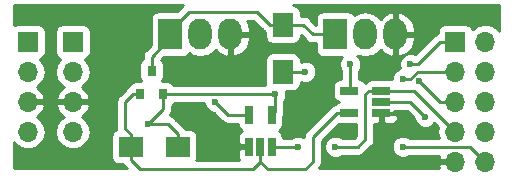
<source format=gbr>
G04 #@! TF.GenerationSoftware,KiCad,Pcbnew,(5.0.1)-4*
G04 #@! TF.CreationDate,2018-11-27T13:12:11-07:00*
G04 #@! TF.ProjectId,robot,726F626F742E6B696361645F70636200,rev?*
G04 #@! TF.SameCoordinates,Original*
G04 #@! TF.FileFunction,Copper,L2,Bot,Signal*
G04 #@! TF.FilePolarity,Positive*
%FSLAX46Y46*%
G04 Gerber Fmt 4.6, Leading zero omitted, Abs format (unit mm)*
G04 Created by KiCad (PCBNEW (5.0.1)-4) date 11/27/2018 1:12:11 PM*
%MOMM*%
%LPD*%
G01*
G04 APERTURE LIST*
G04 #@! TA.AperFunction,ComponentPad*
%ADD10R,2.000000X2.600000*%
G04 #@! TD*
G04 #@! TA.AperFunction,ComponentPad*
%ADD11O,2.000000X2.600000*%
G04 #@! TD*
G04 #@! TA.AperFunction,ComponentPad*
%ADD12O,1.700000X1.700000*%
G04 #@! TD*
G04 #@! TA.AperFunction,ComponentPad*
%ADD13R,1.700000X1.700000*%
G04 #@! TD*
G04 #@! TA.AperFunction,SMDPad,CuDef*
%ADD14R,1.700000X2.000000*%
G04 #@! TD*
G04 #@! TA.AperFunction,SMDPad,CuDef*
%ADD15R,2.000000X1.700000*%
G04 #@! TD*
G04 #@! TA.AperFunction,SMDPad,CuDef*
%ADD16R,0.800000X0.900000*%
G04 #@! TD*
G04 #@! TA.AperFunction,SMDPad,CuDef*
%ADD17R,0.650000X1.560000*%
G04 #@! TD*
G04 #@! TA.AperFunction,SMDPad,CuDef*
%ADD18R,1.560000X0.650000*%
G04 #@! TD*
G04 #@! TA.AperFunction,ViaPad*
%ADD19C,0.600000*%
G04 #@! TD*
G04 #@! TA.AperFunction,Conductor*
%ADD20C,0.250000*%
G04 #@! TD*
G04 #@! TA.AperFunction,Conductor*
%ADD21C,0.254000*%
G04 #@! TD*
G04 APERTURE END LIST*
D10*
G04 #@! TO.P,J6,1*
G04 #@! TO.N,DATA*
X160020000Y-59055000D03*
D11*
G04 #@! TO.P,J6,2*
G04 #@! TO.N,+5V*
X162560000Y-59055000D03*
G04 #@! TO.P,J6,3*
G04 #@! TO.N,GND*
X165100000Y-59055000D03*
G04 #@! TD*
D12*
G04 #@! TO.P,J2,10*
G04 #@! TO.N,RXI*
X172720000Y-69850000D03*
G04 #@! TO.P,J2,9*
G04 #@! TO.N,GND*
X170180000Y-69850000D03*
G04 #@! TO.P,J2,8*
G04 #@! TO.N,TXO*
X172720000Y-67310000D03*
G04 #@! TO.P,J2,7*
G04 #@! TO.N,DTR*
X170180000Y-67310000D03*
G04 #@! TO.P,J2,6*
G04 #@! TO.N,GND*
X172720000Y-64770000D03*
G04 #@! TO.P,J2,5*
G04 #@! TO.N,SCL*
X170180000Y-64770000D03*
G04 #@! TO.P,J2,4*
G04 #@! TO.N,+5V*
X172720000Y-62230000D03*
G04 #@! TO.P,J2,3*
G04 #@! TO.N,SDA*
X170180000Y-62230000D03*
G04 #@! TO.P,J2,2*
G04 #@! TO.N,+5V*
X172720000Y-59690000D03*
D13*
G04 #@! TO.P,J2,1*
G04 #@! TO.N,+3V3*
X170180000Y-59690000D03*
G04 #@! TD*
D14*
G04 #@! TO.P,R2,1*
G04 #@! TO.N,+5V*
X155575000Y-62230000D03*
G04 #@! TO.P,R2,2*
G04 #@! TO.N,DATA*
X155575000Y-58230000D03*
G04 #@! TD*
D15*
G04 #@! TO.P,R3,1*
G04 #@! TO.N,+3V3*
X146685000Y-68580000D03*
G04 #@! TO.P,R3,2*
G04 #@! TO.N,Net-(Q1-Pad2)*
X142685000Y-68580000D03*
G04 #@! TD*
D16*
G04 #@! TO.P,Q1,1*
G04 #@! TO.N,+3V3*
X145415000Y-64135000D03*
G04 #@! TO.P,Q1,2*
G04 #@! TO.N,Net-(Q1-Pad2)*
X143515000Y-64135000D03*
G04 #@! TO.P,Q1,3*
G04 #@! TO.N,DATA*
X144465000Y-62135000D03*
G04 #@! TD*
D17*
G04 #@! TO.P,U2,1*
G04 #@! TO.N,DTR*
X154620000Y-68580000D03*
G04 #@! TO.P,U2,2*
G04 #@! TO.N,Net-(Q1-Pad2)*
X153670000Y-68580000D03*
G04 #@! TO.P,U2,3*
G04 #@! TO.N,GND*
X152720000Y-68580000D03*
G04 #@! TO.P,U2,4*
G04 #@! TO.N,RXI*
X152720000Y-65880000D03*
G04 #@! TO.P,U2,5*
G04 #@! TO.N,+3V3*
X154620000Y-65880000D03*
G04 #@! TD*
D18*
G04 #@! TO.P,U3,1*
G04 #@! TO.N,DTR*
X163910000Y-63820000D03*
G04 #@! TO.P,U3,2*
G04 #@! TO.N,TXO*
X163910000Y-64770000D03*
G04 #@! TO.P,U3,3*
G04 #@! TO.N,GND*
X163910000Y-65720000D03*
G04 #@! TO.P,U3,4*
G04 #@! TO.N,Net-(Q1-Pad2)*
X161210000Y-65720000D03*
G04 #@! TO.P,U3,5*
G04 #@! TO.N,+3V3*
X161210000Y-63820000D03*
G04 #@! TD*
D13*
G04 #@! TO.P,J4,1*
G04 #@! TO.N,SCL*
X133985000Y-59690000D03*
D12*
G04 #@! TO.P,J4,2*
G04 #@! TO.N,SDA*
X133985000Y-62230000D03*
G04 #@! TO.P,J4,3*
G04 #@! TO.N,GND*
X133985000Y-64770000D03*
G04 #@! TO.P,J4,4*
G04 #@! TO.N,+3V3*
X133985000Y-67310000D03*
G04 #@! TD*
G04 #@! TO.P,J1,4*
G04 #@! TO.N,+3V3*
X137795000Y-67310000D03*
G04 #@! TO.P,J1,3*
G04 #@! TO.N,GND*
X137795000Y-64770000D03*
G04 #@! TO.P,J1,2*
G04 #@! TO.N,SDA*
X137795000Y-62230000D03*
D13*
G04 #@! TO.P,J1,1*
G04 #@! TO.N,SCL*
X137795000Y-59690000D03*
G04 #@! TD*
D11*
G04 #@! TO.P,J3,3*
G04 #@! TO.N,GND*
X151130000Y-59055000D03*
G04 #@! TO.P,J3,2*
G04 #@! TO.N,N/C*
X148590000Y-59055000D03*
D10*
G04 #@! TO.P,J3,1*
G04 #@! TO.N,DATA*
X146050000Y-59055000D03*
G04 #@! TD*
D19*
G04 #@! TO.N,GND*
X142875000Y-57785000D03*
X149225000Y-66675000D03*
X149860000Y-68580000D03*
X147320000Y-66040000D03*
G04 #@! TO.N,+5V*
X157480000Y-62230000D03*
G04 #@! TO.N,+3V3*
X161290000Y-61595000D03*
X154940000Y-64135000D03*
X144145000Y-66675000D03*
X166370000Y-61595000D03*
X166370000Y-61595000D03*
G04 #@! TO.N,RXI*
X149860000Y-64770000D03*
X165735000Y-68580000D03*
G04 #@! TO.N,TXO*
X167640000Y-66040000D03*
G04 #@! TO.N,DTR*
X160020000Y-68580000D03*
X156845000Y-68580000D03*
G04 #@! TO.N,SDA*
X165735000Y-62865000D03*
G04 #@! TO.N,SCL*
X167129442Y-62989442D03*
G04 #@! TD*
D20*
G04 #@! TO.N,+5V*
X157480000Y-62230000D02*
X155575000Y-62230000D01*
G04 #@! TO.N,+3V3*
X161290000Y-63740000D02*
X161210000Y-63820000D01*
X161290000Y-61595000D02*
X161290000Y-63740000D01*
X154940000Y-65560000D02*
X154620000Y-65880000D01*
X154940000Y-64135000D02*
X154940000Y-65560000D01*
X154940000Y-64135000D02*
X145415000Y-64135000D01*
X145415000Y-64135000D02*
X145415000Y-65405000D01*
X145415000Y-65405000D02*
X144145000Y-66675000D01*
X146685000Y-67480000D02*
X146685000Y-68580000D01*
X145880000Y-66675000D02*
X146685000Y-67480000D01*
X144145000Y-66675000D02*
X145880000Y-66675000D01*
X166370000Y-61595000D02*
X167005000Y-61595000D01*
X168910000Y-59690000D02*
X170180000Y-59690000D01*
X167005000Y-61595000D02*
X168910000Y-59690000D01*
G04 #@! TO.N,RXI*
X150970000Y-65880000D02*
X152720000Y-65880000D01*
X149860000Y-64770000D02*
X150970000Y-65880000D01*
X172720000Y-69850000D02*
X171870001Y-69000001D01*
X171450000Y-68580000D02*
X167640000Y-68580000D01*
X171870001Y-69000001D02*
X171450000Y-68580000D01*
X167640000Y-68580000D02*
X165735000Y-68580000D01*
G04 #@! TO.N,TXO*
X167640000Y-66040000D02*
X166370000Y-64770000D01*
X166370000Y-64770000D02*
X163910000Y-64770000D01*
G04 #@! TO.N,DATA*
X160020000Y-59055000D02*
X158115000Y-59055000D01*
X157290000Y-58230000D02*
X155575000Y-58230000D01*
X158115000Y-59055000D02*
X157290000Y-58230000D01*
X154475000Y-58230000D02*
X153395000Y-57150000D01*
X155575000Y-58230000D02*
X154475000Y-58230000D01*
X146050000Y-58755000D02*
X146050000Y-59055000D01*
X147655000Y-57150000D02*
X146050000Y-58755000D01*
X153395000Y-57150000D02*
X147655000Y-57150000D01*
X144465000Y-61435000D02*
X144465000Y-62135000D01*
X144465000Y-60940000D02*
X144465000Y-61435000D01*
X146050000Y-59355000D02*
X144465000Y-60940000D01*
X146050000Y-59055000D02*
X146050000Y-59355000D01*
G04 #@! TO.N,DTR*
X166690000Y-63820000D02*
X163910000Y-63820000D01*
X170180000Y-67310000D02*
X166690000Y-63820000D01*
X162880000Y-63820000D02*
X162560000Y-64140000D01*
X163910000Y-63820000D02*
X162880000Y-63820000D01*
X162560000Y-64140000D02*
X162560000Y-67310000D01*
X162560000Y-67310000D02*
X162560000Y-67945000D01*
X162560000Y-67945000D02*
X161925000Y-68580000D01*
X161925000Y-68580000D02*
X160020000Y-68580000D01*
X156845000Y-68580000D02*
X154620000Y-68580000D01*
G04 #@! TO.N,Net-(Q1-Pad2)*
X142685000Y-69680000D02*
X143490000Y-70485000D01*
X142685000Y-68580000D02*
X142685000Y-69680000D01*
X143490000Y-70485000D02*
X153035000Y-70485000D01*
X153670000Y-69850000D02*
X153670000Y-68580000D01*
X153035000Y-70485000D02*
X153670000Y-69850000D01*
X142865000Y-64135000D02*
X143515000Y-64135000D01*
X142240000Y-64760000D02*
X142865000Y-64135000D01*
X142240000Y-67035000D02*
X142240000Y-64760000D01*
X142685000Y-67480000D02*
X142240000Y-67035000D01*
X142685000Y-68580000D02*
X142685000Y-67480000D01*
X160180000Y-65720000D02*
X158115000Y-67785000D01*
X161210000Y-65720000D02*
X160180000Y-65720000D01*
X158115000Y-67785000D02*
X158115000Y-69850000D01*
X158115000Y-69850000D02*
X157480000Y-70485000D01*
X154305000Y-70485000D02*
X153670000Y-69850000D01*
X157480000Y-70485000D02*
X154305000Y-70485000D01*
G04 #@! TO.N,SDA*
X165735000Y-62865000D02*
X166370000Y-62865000D01*
X167005000Y-62230000D02*
X170180000Y-62230000D01*
X166370000Y-62865000D02*
X167005000Y-62230000D01*
G04 #@! TO.N,SCL*
X168910000Y-64770000D02*
X170180000Y-64770000D01*
X167129442Y-62989442D02*
X168910000Y-64770000D01*
G04 #@! TD*
D21*
G04 #@! TO.N,GND*
G36*
X147107071Y-56602071D02*
X147064671Y-56665527D01*
X146622638Y-57107560D01*
X145050000Y-57107560D01*
X144802235Y-57156843D01*
X144592191Y-57297191D01*
X144451843Y-57507235D01*
X144402560Y-57755000D01*
X144402560Y-59927638D01*
X143980530Y-60349669D01*
X143917071Y-60392071D01*
X143749096Y-60643464D01*
X143705000Y-60865149D01*
X143705000Y-60865153D01*
X143690112Y-60940000D01*
X143705000Y-61014847D01*
X143705000Y-61161837D01*
X143607191Y-61227191D01*
X143466843Y-61437235D01*
X143417560Y-61685000D01*
X143417560Y-62585000D01*
X143466843Y-62832765D01*
X143603684Y-63037560D01*
X143115000Y-63037560D01*
X142867235Y-63086843D01*
X142657191Y-63227191D01*
X142516843Y-63437235D01*
X142513092Y-63456094D01*
X142380526Y-63544671D01*
X142380524Y-63544673D01*
X142317071Y-63587071D01*
X142274672Y-63650525D01*
X141755527Y-64169672D01*
X141692072Y-64212071D01*
X141649672Y-64275527D01*
X141649671Y-64275528D01*
X141524097Y-64463463D01*
X141465112Y-64760000D01*
X141480001Y-64834852D01*
X141480000Y-66960153D01*
X141465112Y-67035000D01*
X141480000Y-67109847D01*
X141480000Y-67109851D01*
X141482580Y-67122823D01*
X141437235Y-67131843D01*
X141227191Y-67272191D01*
X141086843Y-67482235D01*
X141037560Y-67730000D01*
X141037560Y-69430000D01*
X141086843Y-69677765D01*
X141227191Y-69887809D01*
X141437235Y-70028157D01*
X141685000Y-70077440D01*
X142036518Y-70077440D01*
X142082688Y-70146537D01*
X142137072Y-70227929D01*
X142200528Y-70270329D01*
X142340199Y-70410000D01*
X132790000Y-70410000D01*
X132790000Y-68194485D01*
X132914375Y-68380625D01*
X133405582Y-68708839D01*
X133838744Y-68795000D01*
X134131256Y-68795000D01*
X134564418Y-68708839D01*
X135055625Y-68380625D01*
X135383839Y-67889418D01*
X135499092Y-67310000D01*
X136280908Y-67310000D01*
X136396161Y-67889418D01*
X136724375Y-68380625D01*
X137215582Y-68708839D01*
X137648744Y-68795000D01*
X137941256Y-68795000D01*
X138374418Y-68708839D01*
X138865625Y-68380625D01*
X139193839Y-67889418D01*
X139309092Y-67310000D01*
X139193839Y-66730582D01*
X138865625Y-66239375D01*
X138546522Y-66026157D01*
X138676358Y-65965183D01*
X139066645Y-65536924D01*
X139236476Y-65126890D01*
X139115155Y-64897000D01*
X137922000Y-64897000D01*
X137922000Y-64917000D01*
X137668000Y-64917000D01*
X137668000Y-64897000D01*
X136474845Y-64897000D01*
X136353524Y-65126890D01*
X136523355Y-65536924D01*
X136913642Y-65965183D01*
X137043478Y-66026157D01*
X136724375Y-66239375D01*
X136396161Y-66730582D01*
X136280908Y-67310000D01*
X135499092Y-67310000D01*
X135383839Y-66730582D01*
X135055625Y-66239375D01*
X134736522Y-66026157D01*
X134866358Y-65965183D01*
X135256645Y-65536924D01*
X135426476Y-65126890D01*
X135305155Y-64897000D01*
X134112000Y-64897000D01*
X134112000Y-64917000D01*
X133858000Y-64917000D01*
X133858000Y-64897000D01*
X133838000Y-64897000D01*
X133838000Y-64643000D01*
X133858000Y-64643000D01*
X133858000Y-64623000D01*
X134112000Y-64623000D01*
X134112000Y-64643000D01*
X135305155Y-64643000D01*
X135426476Y-64413110D01*
X135256645Y-64003076D01*
X134866358Y-63574817D01*
X134736522Y-63513843D01*
X135055625Y-63300625D01*
X135383839Y-62809418D01*
X135499092Y-62230000D01*
X136280908Y-62230000D01*
X136396161Y-62809418D01*
X136724375Y-63300625D01*
X137043478Y-63513843D01*
X136913642Y-63574817D01*
X136523355Y-64003076D01*
X136353524Y-64413110D01*
X136474845Y-64643000D01*
X137668000Y-64643000D01*
X137668000Y-64623000D01*
X137922000Y-64623000D01*
X137922000Y-64643000D01*
X139115155Y-64643000D01*
X139236476Y-64413110D01*
X139066645Y-64003076D01*
X138676358Y-63574817D01*
X138546522Y-63513843D01*
X138865625Y-63300625D01*
X139193839Y-62809418D01*
X139309092Y-62230000D01*
X139193839Y-61650582D01*
X138865625Y-61159375D01*
X138847381Y-61147184D01*
X138892765Y-61138157D01*
X139102809Y-60997809D01*
X139243157Y-60787765D01*
X139292440Y-60540000D01*
X139292440Y-58840000D01*
X139243157Y-58592235D01*
X139102809Y-58382191D01*
X138892765Y-58241843D01*
X138645000Y-58192560D01*
X136945000Y-58192560D01*
X136697235Y-58241843D01*
X136487191Y-58382191D01*
X136346843Y-58592235D01*
X136297560Y-58840000D01*
X136297560Y-60540000D01*
X136346843Y-60787765D01*
X136487191Y-60997809D01*
X136697235Y-61138157D01*
X136742619Y-61147184D01*
X136724375Y-61159375D01*
X136396161Y-61650582D01*
X136280908Y-62230000D01*
X135499092Y-62230000D01*
X135383839Y-61650582D01*
X135055625Y-61159375D01*
X135037381Y-61147184D01*
X135082765Y-61138157D01*
X135292809Y-60997809D01*
X135433157Y-60787765D01*
X135482440Y-60540000D01*
X135482440Y-58840000D01*
X135433157Y-58592235D01*
X135292809Y-58382191D01*
X135082765Y-58241843D01*
X134835000Y-58192560D01*
X133135000Y-58192560D01*
X132887235Y-58241843D01*
X132790000Y-58306814D01*
X132790000Y-57983071D01*
X132815000Y-57857388D01*
X132815000Y-56590000D01*
X147125137Y-56590000D01*
X147107071Y-56602071D01*
X147107071Y-56602071D01*
G37*
X147107071Y-56602071D02*
X147064671Y-56665527D01*
X146622638Y-57107560D01*
X145050000Y-57107560D01*
X144802235Y-57156843D01*
X144592191Y-57297191D01*
X144451843Y-57507235D01*
X144402560Y-57755000D01*
X144402560Y-59927638D01*
X143980530Y-60349669D01*
X143917071Y-60392071D01*
X143749096Y-60643464D01*
X143705000Y-60865149D01*
X143705000Y-60865153D01*
X143690112Y-60940000D01*
X143705000Y-61014847D01*
X143705000Y-61161837D01*
X143607191Y-61227191D01*
X143466843Y-61437235D01*
X143417560Y-61685000D01*
X143417560Y-62585000D01*
X143466843Y-62832765D01*
X143603684Y-63037560D01*
X143115000Y-63037560D01*
X142867235Y-63086843D01*
X142657191Y-63227191D01*
X142516843Y-63437235D01*
X142513092Y-63456094D01*
X142380526Y-63544671D01*
X142380524Y-63544673D01*
X142317071Y-63587071D01*
X142274672Y-63650525D01*
X141755527Y-64169672D01*
X141692072Y-64212071D01*
X141649672Y-64275527D01*
X141649671Y-64275528D01*
X141524097Y-64463463D01*
X141465112Y-64760000D01*
X141480001Y-64834852D01*
X141480000Y-66960153D01*
X141465112Y-67035000D01*
X141480000Y-67109847D01*
X141480000Y-67109851D01*
X141482580Y-67122823D01*
X141437235Y-67131843D01*
X141227191Y-67272191D01*
X141086843Y-67482235D01*
X141037560Y-67730000D01*
X141037560Y-69430000D01*
X141086843Y-69677765D01*
X141227191Y-69887809D01*
X141437235Y-70028157D01*
X141685000Y-70077440D01*
X142036518Y-70077440D01*
X142082688Y-70146537D01*
X142137072Y-70227929D01*
X142200528Y-70270329D01*
X142340199Y-70410000D01*
X132790000Y-70410000D01*
X132790000Y-68194485D01*
X132914375Y-68380625D01*
X133405582Y-68708839D01*
X133838744Y-68795000D01*
X134131256Y-68795000D01*
X134564418Y-68708839D01*
X135055625Y-68380625D01*
X135383839Y-67889418D01*
X135499092Y-67310000D01*
X136280908Y-67310000D01*
X136396161Y-67889418D01*
X136724375Y-68380625D01*
X137215582Y-68708839D01*
X137648744Y-68795000D01*
X137941256Y-68795000D01*
X138374418Y-68708839D01*
X138865625Y-68380625D01*
X139193839Y-67889418D01*
X139309092Y-67310000D01*
X139193839Y-66730582D01*
X138865625Y-66239375D01*
X138546522Y-66026157D01*
X138676358Y-65965183D01*
X139066645Y-65536924D01*
X139236476Y-65126890D01*
X139115155Y-64897000D01*
X137922000Y-64897000D01*
X137922000Y-64917000D01*
X137668000Y-64917000D01*
X137668000Y-64897000D01*
X136474845Y-64897000D01*
X136353524Y-65126890D01*
X136523355Y-65536924D01*
X136913642Y-65965183D01*
X137043478Y-66026157D01*
X136724375Y-66239375D01*
X136396161Y-66730582D01*
X136280908Y-67310000D01*
X135499092Y-67310000D01*
X135383839Y-66730582D01*
X135055625Y-66239375D01*
X134736522Y-66026157D01*
X134866358Y-65965183D01*
X135256645Y-65536924D01*
X135426476Y-65126890D01*
X135305155Y-64897000D01*
X134112000Y-64897000D01*
X134112000Y-64917000D01*
X133858000Y-64917000D01*
X133858000Y-64897000D01*
X133838000Y-64897000D01*
X133838000Y-64643000D01*
X133858000Y-64643000D01*
X133858000Y-64623000D01*
X134112000Y-64623000D01*
X134112000Y-64643000D01*
X135305155Y-64643000D01*
X135426476Y-64413110D01*
X135256645Y-64003076D01*
X134866358Y-63574817D01*
X134736522Y-63513843D01*
X135055625Y-63300625D01*
X135383839Y-62809418D01*
X135499092Y-62230000D01*
X136280908Y-62230000D01*
X136396161Y-62809418D01*
X136724375Y-63300625D01*
X137043478Y-63513843D01*
X136913642Y-63574817D01*
X136523355Y-64003076D01*
X136353524Y-64413110D01*
X136474845Y-64643000D01*
X137668000Y-64643000D01*
X137668000Y-64623000D01*
X137922000Y-64623000D01*
X137922000Y-64643000D01*
X139115155Y-64643000D01*
X139236476Y-64413110D01*
X139066645Y-64003076D01*
X138676358Y-63574817D01*
X138546522Y-63513843D01*
X138865625Y-63300625D01*
X139193839Y-62809418D01*
X139309092Y-62230000D01*
X139193839Y-61650582D01*
X138865625Y-61159375D01*
X138847381Y-61147184D01*
X138892765Y-61138157D01*
X139102809Y-60997809D01*
X139243157Y-60787765D01*
X139292440Y-60540000D01*
X139292440Y-58840000D01*
X139243157Y-58592235D01*
X139102809Y-58382191D01*
X138892765Y-58241843D01*
X138645000Y-58192560D01*
X136945000Y-58192560D01*
X136697235Y-58241843D01*
X136487191Y-58382191D01*
X136346843Y-58592235D01*
X136297560Y-58840000D01*
X136297560Y-60540000D01*
X136346843Y-60787765D01*
X136487191Y-60997809D01*
X136697235Y-61138157D01*
X136742619Y-61147184D01*
X136724375Y-61159375D01*
X136396161Y-61650582D01*
X136280908Y-62230000D01*
X135499092Y-62230000D01*
X135383839Y-61650582D01*
X135055625Y-61159375D01*
X135037381Y-61147184D01*
X135082765Y-61138157D01*
X135292809Y-60997809D01*
X135433157Y-60787765D01*
X135482440Y-60540000D01*
X135482440Y-58840000D01*
X135433157Y-58592235D01*
X135292809Y-58382191D01*
X135082765Y-58241843D01*
X134835000Y-58192560D01*
X133135000Y-58192560D01*
X132887235Y-58241843D01*
X132790000Y-58306814D01*
X132790000Y-57983071D01*
X132815000Y-57857388D01*
X132815000Y-56590000D01*
X147125137Y-56590000D01*
X147107071Y-56602071D01*
G36*
X166705000Y-66179802D02*
X166705000Y-66225983D01*
X166847345Y-66569635D01*
X167110365Y-66832655D01*
X167454017Y-66975000D01*
X167825983Y-66975000D01*
X168169635Y-66832655D01*
X168398744Y-66603546D01*
X168738791Y-66943593D01*
X168665908Y-67310000D01*
X168767353Y-67820000D01*
X166297290Y-67820000D01*
X166264635Y-67787345D01*
X165920983Y-67645000D01*
X165549017Y-67645000D01*
X165205365Y-67787345D01*
X164942345Y-68050365D01*
X164800000Y-68394017D01*
X164800000Y-68765983D01*
X164942345Y-69109635D01*
X165205365Y-69372655D01*
X165549017Y-69515000D01*
X165920983Y-69515000D01*
X166264635Y-69372655D01*
X166297290Y-69340000D01*
X168801940Y-69340000D01*
X168738524Y-69493110D01*
X168859845Y-69723000D01*
X170053000Y-69723000D01*
X170053000Y-69703000D01*
X170307000Y-69703000D01*
X170307000Y-69723000D01*
X170327000Y-69723000D01*
X170327000Y-69977000D01*
X170307000Y-69977000D01*
X170307000Y-69997000D01*
X170053000Y-69997000D01*
X170053000Y-69977000D01*
X168859845Y-69977000D01*
X168738524Y-70206890D01*
X168822650Y-70410000D01*
X158644863Y-70410000D01*
X158662929Y-70397929D01*
X158830904Y-70146537D01*
X158875000Y-69924852D01*
X158875000Y-69924848D01*
X158889888Y-69850000D01*
X158875000Y-69775152D01*
X158875000Y-68099801D01*
X160306856Y-66667945D01*
X160430000Y-66692440D01*
X161800001Y-66692440D01*
X161800001Y-67235144D01*
X161800000Y-67235149D01*
X161800000Y-67630198D01*
X161610199Y-67820000D01*
X160582290Y-67820000D01*
X160549635Y-67787345D01*
X160205983Y-67645000D01*
X159834017Y-67645000D01*
X159490365Y-67787345D01*
X159227345Y-68050365D01*
X159085000Y-68394017D01*
X159085000Y-68765983D01*
X159227345Y-69109635D01*
X159490365Y-69372655D01*
X159834017Y-69515000D01*
X160205983Y-69515000D01*
X160549635Y-69372655D01*
X160582290Y-69340000D01*
X161850153Y-69340000D01*
X161925000Y-69354888D01*
X161999847Y-69340000D01*
X161999852Y-69340000D01*
X162221537Y-69295904D01*
X162472929Y-69127929D01*
X162515331Y-69064470D01*
X163044473Y-68535329D01*
X163107929Y-68492929D01*
X163275904Y-68241537D01*
X163320000Y-68019852D01*
X163320000Y-68019848D01*
X163334888Y-67945000D01*
X163320000Y-67870152D01*
X163320000Y-66680000D01*
X163624250Y-66680000D01*
X163783000Y-66521250D01*
X163783000Y-65847000D01*
X164037000Y-65847000D01*
X164037000Y-66521250D01*
X164195750Y-66680000D01*
X164816309Y-66680000D01*
X165049698Y-66583327D01*
X165228327Y-66404699D01*
X165325000Y-66171310D01*
X165325000Y-66005750D01*
X165166250Y-65847000D01*
X164037000Y-65847000D01*
X163783000Y-65847000D01*
X163763000Y-65847000D01*
X163763000Y-65742440D01*
X164690000Y-65742440D01*
X164937765Y-65693157D01*
X165087659Y-65593000D01*
X165166250Y-65593000D01*
X165229250Y-65530000D01*
X166055199Y-65530000D01*
X166705000Y-66179802D01*
X166705000Y-66179802D01*
G37*
X166705000Y-66179802D02*
X166705000Y-66225983D01*
X166847345Y-66569635D01*
X167110365Y-66832655D01*
X167454017Y-66975000D01*
X167825983Y-66975000D01*
X168169635Y-66832655D01*
X168398744Y-66603546D01*
X168738791Y-66943593D01*
X168665908Y-67310000D01*
X168767353Y-67820000D01*
X166297290Y-67820000D01*
X166264635Y-67787345D01*
X165920983Y-67645000D01*
X165549017Y-67645000D01*
X165205365Y-67787345D01*
X164942345Y-68050365D01*
X164800000Y-68394017D01*
X164800000Y-68765983D01*
X164942345Y-69109635D01*
X165205365Y-69372655D01*
X165549017Y-69515000D01*
X165920983Y-69515000D01*
X166264635Y-69372655D01*
X166297290Y-69340000D01*
X168801940Y-69340000D01*
X168738524Y-69493110D01*
X168859845Y-69723000D01*
X170053000Y-69723000D01*
X170053000Y-69703000D01*
X170307000Y-69703000D01*
X170307000Y-69723000D01*
X170327000Y-69723000D01*
X170327000Y-69977000D01*
X170307000Y-69977000D01*
X170307000Y-69997000D01*
X170053000Y-69997000D01*
X170053000Y-69977000D01*
X168859845Y-69977000D01*
X168738524Y-70206890D01*
X168822650Y-70410000D01*
X158644863Y-70410000D01*
X158662929Y-70397929D01*
X158830904Y-70146537D01*
X158875000Y-69924852D01*
X158875000Y-69924848D01*
X158889888Y-69850000D01*
X158875000Y-69775152D01*
X158875000Y-68099801D01*
X160306856Y-66667945D01*
X160430000Y-66692440D01*
X161800001Y-66692440D01*
X161800001Y-67235144D01*
X161800000Y-67235149D01*
X161800000Y-67630198D01*
X161610199Y-67820000D01*
X160582290Y-67820000D01*
X160549635Y-67787345D01*
X160205983Y-67645000D01*
X159834017Y-67645000D01*
X159490365Y-67787345D01*
X159227345Y-68050365D01*
X159085000Y-68394017D01*
X159085000Y-68765983D01*
X159227345Y-69109635D01*
X159490365Y-69372655D01*
X159834017Y-69515000D01*
X160205983Y-69515000D01*
X160549635Y-69372655D01*
X160582290Y-69340000D01*
X161850153Y-69340000D01*
X161925000Y-69354888D01*
X161999847Y-69340000D01*
X161999852Y-69340000D01*
X162221537Y-69295904D01*
X162472929Y-69127929D01*
X162515331Y-69064470D01*
X163044473Y-68535329D01*
X163107929Y-68492929D01*
X163275904Y-68241537D01*
X163320000Y-68019852D01*
X163320000Y-68019848D01*
X163334888Y-67945000D01*
X163320000Y-67870152D01*
X163320000Y-66680000D01*
X163624250Y-66680000D01*
X163783000Y-66521250D01*
X163783000Y-65847000D01*
X164037000Y-65847000D01*
X164037000Y-66521250D01*
X164195750Y-66680000D01*
X164816309Y-66680000D01*
X165049698Y-66583327D01*
X165228327Y-66404699D01*
X165325000Y-66171310D01*
X165325000Y-66005750D01*
X165166250Y-65847000D01*
X164037000Y-65847000D01*
X163783000Y-65847000D01*
X163763000Y-65847000D01*
X163763000Y-65742440D01*
X164690000Y-65742440D01*
X164937765Y-65693157D01*
X165087659Y-65593000D01*
X165166250Y-65593000D01*
X165229250Y-65530000D01*
X166055199Y-65530000D01*
X166705000Y-66179802D01*
G36*
X148925000Y-64955983D02*
X149067345Y-65299635D01*
X149330365Y-65562655D01*
X149674017Y-65705000D01*
X149720199Y-65705000D01*
X150379671Y-66364473D01*
X150422071Y-66427929D01*
X150673463Y-66595904D01*
X150895148Y-66640000D01*
X150895152Y-66640000D01*
X150969999Y-66654888D01*
X151044846Y-66640000D01*
X151747560Y-66640000D01*
X151747560Y-66660000D01*
X151796843Y-66907765D01*
X151937191Y-67117809D01*
X152107648Y-67231706D01*
X152035301Y-67261673D01*
X151856673Y-67440302D01*
X151760000Y-67673691D01*
X151760000Y-68294250D01*
X151918750Y-68453000D01*
X152593000Y-68453000D01*
X152593000Y-68433000D01*
X152697560Y-68433000D01*
X152697560Y-68727000D01*
X152593000Y-68727000D01*
X152593000Y-68707000D01*
X151918750Y-68707000D01*
X151760000Y-68865750D01*
X151760000Y-69486309D01*
X151856673Y-69719698D01*
X151861975Y-69725000D01*
X148251595Y-69725000D01*
X148283157Y-69677765D01*
X148332440Y-69430000D01*
X148332440Y-67730000D01*
X148283157Y-67482235D01*
X148142809Y-67272191D01*
X147932765Y-67131843D01*
X147685000Y-67082560D01*
X147333483Y-67082560D01*
X147232929Y-66932071D01*
X147169473Y-66889671D01*
X146470331Y-66190530D01*
X146427929Y-66127071D01*
X146176537Y-65959096D01*
X145984352Y-65920868D01*
X146130904Y-65701537D01*
X146175000Y-65479852D01*
X146175000Y-65479848D01*
X146189888Y-65405001D01*
X146175000Y-65330154D01*
X146175000Y-65108163D01*
X146272809Y-65042809D01*
X146371573Y-64895000D01*
X148925000Y-64895000D01*
X148925000Y-64955983D01*
X148925000Y-64955983D01*
G37*
X148925000Y-64955983D02*
X149067345Y-65299635D01*
X149330365Y-65562655D01*
X149674017Y-65705000D01*
X149720199Y-65705000D01*
X150379671Y-66364473D01*
X150422071Y-66427929D01*
X150673463Y-66595904D01*
X150895148Y-66640000D01*
X150895152Y-66640000D01*
X150969999Y-66654888D01*
X151044846Y-66640000D01*
X151747560Y-66640000D01*
X151747560Y-66660000D01*
X151796843Y-66907765D01*
X151937191Y-67117809D01*
X152107648Y-67231706D01*
X152035301Y-67261673D01*
X151856673Y-67440302D01*
X151760000Y-67673691D01*
X151760000Y-68294250D01*
X151918750Y-68453000D01*
X152593000Y-68453000D01*
X152593000Y-68433000D01*
X152697560Y-68433000D01*
X152697560Y-68727000D01*
X152593000Y-68727000D01*
X152593000Y-68707000D01*
X151918750Y-68707000D01*
X151760000Y-68865750D01*
X151760000Y-69486309D01*
X151856673Y-69719698D01*
X151861975Y-69725000D01*
X148251595Y-69725000D01*
X148283157Y-69677765D01*
X148332440Y-69430000D01*
X148332440Y-67730000D01*
X148283157Y-67482235D01*
X148142809Y-67272191D01*
X147932765Y-67131843D01*
X147685000Y-67082560D01*
X147333483Y-67082560D01*
X147232929Y-66932071D01*
X147169473Y-66889671D01*
X146470331Y-66190530D01*
X146427929Y-66127071D01*
X146176537Y-65959096D01*
X145984352Y-65920868D01*
X146130904Y-65701537D01*
X146175000Y-65479852D01*
X146175000Y-65479848D01*
X146189888Y-65405001D01*
X146175000Y-65330154D01*
X146175000Y-65108163D01*
X146272809Y-65042809D01*
X146371573Y-64895000D01*
X148925000Y-64895000D01*
X148925000Y-64955983D01*
G36*
X153884670Y-58714472D02*
X153927071Y-58777929D01*
X153990527Y-58820329D01*
X154077560Y-58878483D01*
X154077560Y-59230000D01*
X154126843Y-59477765D01*
X154267191Y-59687809D01*
X154477235Y-59828157D01*
X154725000Y-59877440D01*
X156425000Y-59877440D01*
X156672765Y-59828157D01*
X156882809Y-59687809D01*
X157023157Y-59477765D01*
X157072440Y-59230000D01*
X157072440Y-59087241D01*
X157524671Y-59539473D01*
X157567071Y-59602929D01*
X157818463Y-59770904D01*
X158040148Y-59815000D01*
X158040152Y-59815000D01*
X158114999Y-59829888D01*
X158189846Y-59815000D01*
X158372560Y-59815000D01*
X158372560Y-60355000D01*
X158421843Y-60602765D01*
X158562191Y-60812809D01*
X158772235Y-60953157D01*
X159020000Y-61002440D01*
X160560270Y-61002440D01*
X160497345Y-61065365D01*
X160355000Y-61409017D01*
X160355000Y-61780983D01*
X160497345Y-62124635D01*
X160530000Y-62157290D01*
X160530001Y-62847560D01*
X160430000Y-62847560D01*
X160182235Y-62896843D01*
X159972191Y-63037191D01*
X159831843Y-63247235D01*
X159782560Y-63495000D01*
X159782560Y-64145000D01*
X159831843Y-64392765D01*
X159972191Y-64602809D01*
X160182235Y-64743157D01*
X160317185Y-64770000D01*
X160182235Y-64796843D01*
X159972191Y-64937191D01*
X159934234Y-64993997D01*
X159883463Y-65004096D01*
X159632071Y-65172071D01*
X159589671Y-65235527D01*
X157630530Y-67194669D01*
X157567071Y-67237071D01*
X157399096Y-67488464D01*
X157355000Y-67710149D01*
X157355000Y-67710153D01*
X157342309Y-67773955D01*
X157030983Y-67645000D01*
X156659017Y-67645000D01*
X156315365Y-67787345D01*
X156282710Y-67820000D01*
X155592440Y-67820000D01*
X155592440Y-67800000D01*
X155543157Y-67552235D01*
X155402809Y-67342191D01*
X155234905Y-67230000D01*
X155402809Y-67117809D01*
X155543157Y-66907765D01*
X155592440Y-66660000D01*
X155592440Y-65951517D01*
X155655904Y-65856537D01*
X155700000Y-65634852D01*
X155700000Y-65634848D01*
X155714888Y-65560001D01*
X155700000Y-65485154D01*
X155700000Y-64697290D01*
X155732655Y-64664635D01*
X155875000Y-64320983D01*
X155875000Y-63949017D01*
X155845352Y-63877440D01*
X156425000Y-63877440D01*
X156672765Y-63828157D01*
X156882809Y-63687809D01*
X157023157Y-63477765D01*
X157072440Y-63230000D01*
X157072440Y-63073220D01*
X157294017Y-63165000D01*
X157665983Y-63165000D01*
X158009635Y-63022655D01*
X158272655Y-62759635D01*
X158415000Y-62415983D01*
X158415000Y-62044017D01*
X158272655Y-61700365D01*
X158009635Y-61437345D01*
X157665983Y-61295000D01*
X157294017Y-61295000D01*
X157072440Y-61386780D01*
X157072440Y-61230000D01*
X157023157Y-60982235D01*
X156882809Y-60772191D01*
X156672765Y-60631843D01*
X156425000Y-60582560D01*
X154725000Y-60582560D01*
X154477235Y-60631843D01*
X154267191Y-60772191D01*
X154126843Y-60982235D01*
X154077560Y-61230000D01*
X154077560Y-63230000D01*
X154106402Y-63375000D01*
X146371573Y-63375000D01*
X146272809Y-63227191D01*
X146062765Y-63086843D01*
X145815000Y-63037560D01*
X145326316Y-63037560D01*
X145463157Y-62832765D01*
X145512440Y-62585000D01*
X145512440Y-61685000D01*
X145463157Y-61437235D01*
X145322809Y-61227191D01*
X145280728Y-61199073D01*
X145477362Y-61002440D01*
X147050000Y-61002440D01*
X147297765Y-60953157D01*
X147507809Y-60812809D01*
X147606900Y-60664510D01*
X147952056Y-60895136D01*
X148590000Y-61022031D01*
X149227945Y-60895136D01*
X149768769Y-60533769D01*
X149879952Y-60367371D01*
X150063683Y-60600922D01*
X150621645Y-60914144D01*
X150749566Y-60945124D01*
X151003000Y-60825777D01*
X151003000Y-59182000D01*
X151257000Y-59182000D01*
X151257000Y-60825777D01*
X151510434Y-60945124D01*
X151638355Y-60914144D01*
X152196317Y-60600922D01*
X152591942Y-60098020D01*
X152765000Y-59482000D01*
X152765000Y-59182000D01*
X151257000Y-59182000D01*
X151003000Y-59182000D01*
X150983000Y-59182000D01*
X150983000Y-58928000D01*
X151003000Y-58928000D01*
X151003000Y-58908000D01*
X151257000Y-58908000D01*
X151257000Y-58928000D01*
X152765000Y-58928000D01*
X152765000Y-58628000D01*
X152591942Y-58011980D01*
X152511716Y-57910000D01*
X153080199Y-57910000D01*
X153884670Y-58714472D01*
X153884670Y-58714472D01*
G37*
X153884670Y-58714472D02*
X153927071Y-58777929D01*
X153990527Y-58820329D01*
X154077560Y-58878483D01*
X154077560Y-59230000D01*
X154126843Y-59477765D01*
X154267191Y-59687809D01*
X154477235Y-59828157D01*
X154725000Y-59877440D01*
X156425000Y-59877440D01*
X156672765Y-59828157D01*
X156882809Y-59687809D01*
X157023157Y-59477765D01*
X157072440Y-59230000D01*
X157072440Y-59087241D01*
X157524671Y-59539473D01*
X157567071Y-59602929D01*
X157818463Y-59770904D01*
X158040148Y-59815000D01*
X158040152Y-59815000D01*
X158114999Y-59829888D01*
X158189846Y-59815000D01*
X158372560Y-59815000D01*
X158372560Y-60355000D01*
X158421843Y-60602765D01*
X158562191Y-60812809D01*
X158772235Y-60953157D01*
X159020000Y-61002440D01*
X160560270Y-61002440D01*
X160497345Y-61065365D01*
X160355000Y-61409017D01*
X160355000Y-61780983D01*
X160497345Y-62124635D01*
X160530000Y-62157290D01*
X160530001Y-62847560D01*
X160430000Y-62847560D01*
X160182235Y-62896843D01*
X159972191Y-63037191D01*
X159831843Y-63247235D01*
X159782560Y-63495000D01*
X159782560Y-64145000D01*
X159831843Y-64392765D01*
X159972191Y-64602809D01*
X160182235Y-64743157D01*
X160317185Y-64770000D01*
X160182235Y-64796843D01*
X159972191Y-64937191D01*
X159934234Y-64993997D01*
X159883463Y-65004096D01*
X159632071Y-65172071D01*
X159589671Y-65235527D01*
X157630530Y-67194669D01*
X157567071Y-67237071D01*
X157399096Y-67488464D01*
X157355000Y-67710149D01*
X157355000Y-67710153D01*
X157342309Y-67773955D01*
X157030983Y-67645000D01*
X156659017Y-67645000D01*
X156315365Y-67787345D01*
X156282710Y-67820000D01*
X155592440Y-67820000D01*
X155592440Y-67800000D01*
X155543157Y-67552235D01*
X155402809Y-67342191D01*
X155234905Y-67230000D01*
X155402809Y-67117809D01*
X155543157Y-66907765D01*
X155592440Y-66660000D01*
X155592440Y-65951517D01*
X155655904Y-65856537D01*
X155700000Y-65634852D01*
X155700000Y-65634848D01*
X155714888Y-65560001D01*
X155700000Y-65485154D01*
X155700000Y-64697290D01*
X155732655Y-64664635D01*
X155875000Y-64320983D01*
X155875000Y-63949017D01*
X155845352Y-63877440D01*
X156425000Y-63877440D01*
X156672765Y-63828157D01*
X156882809Y-63687809D01*
X157023157Y-63477765D01*
X157072440Y-63230000D01*
X157072440Y-63073220D01*
X157294017Y-63165000D01*
X157665983Y-63165000D01*
X158009635Y-63022655D01*
X158272655Y-62759635D01*
X158415000Y-62415983D01*
X158415000Y-62044017D01*
X158272655Y-61700365D01*
X158009635Y-61437345D01*
X157665983Y-61295000D01*
X157294017Y-61295000D01*
X157072440Y-61386780D01*
X157072440Y-61230000D01*
X157023157Y-60982235D01*
X156882809Y-60772191D01*
X156672765Y-60631843D01*
X156425000Y-60582560D01*
X154725000Y-60582560D01*
X154477235Y-60631843D01*
X154267191Y-60772191D01*
X154126843Y-60982235D01*
X154077560Y-61230000D01*
X154077560Y-63230000D01*
X154106402Y-63375000D01*
X146371573Y-63375000D01*
X146272809Y-63227191D01*
X146062765Y-63086843D01*
X145815000Y-63037560D01*
X145326316Y-63037560D01*
X145463157Y-62832765D01*
X145512440Y-62585000D01*
X145512440Y-61685000D01*
X145463157Y-61437235D01*
X145322809Y-61227191D01*
X145280728Y-61199073D01*
X145477362Y-61002440D01*
X147050000Y-61002440D01*
X147297765Y-60953157D01*
X147507809Y-60812809D01*
X147606900Y-60664510D01*
X147952056Y-60895136D01*
X148590000Y-61022031D01*
X149227945Y-60895136D01*
X149768769Y-60533769D01*
X149879952Y-60367371D01*
X150063683Y-60600922D01*
X150621645Y-60914144D01*
X150749566Y-60945124D01*
X151003000Y-60825777D01*
X151003000Y-59182000D01*
X151257000Y-59182000D01*
X151257000Y-60825777D01*
X151510434Y-60945124D01*
X151638355Y-60914144D01*
X152196317Y-60600922D01*
X152591942Y-60098020D01*
X152765000Y-59482000D01*
X152765000Y-59182000D01*
X151257000Y-59182000D01*
X151003000Y-59182000D01*
X150983000Y-59182000D01*
X150983000Y-58928000D01*
X151003000Y-58928000D01*
X151003000Y-58908000D01*
X151257000Y-58908000D01*
X151257000Y-58928000D01*
X152765000Y-58928000D01*
X152765000Y-58628000D01*
X152591942Y-58011980D01*
X152511716Y-57910000D01*
X153080199Y-57910000D01*
X153884670Y-58714472D01*
G36*
X172847000Y-64643000D02*
X172867000Y-64643000D01*
X172867000Y-64897000D01*
X172847000Y-64897000D01*
X172847000Y-64917000D01*
X172593000Y-64917000D01*
X172593000Y-64897000D01*
X172573000Y-64897000D01*
X172573000Y-64643000D01*
X172593000Y-64643000D01*
X172593000Y-64623000D01*
X172847000Y-64623000D01*
X172847000Y-64643000D01*
X172847000Y-64643000D01*
G37*
X172847000Y-64643000D02*
X172867000Y-64643000D01*
X172867000Y-64897000D01*
X172847000Y-64897000D01*
X172847000Y-64917000D01*
X172593000Y-64917000D01*
X172593000Y-64897000D01*
X172573000Y-64897000D01*
X172573000Y-64643000D01*
X172593000Y-64643000D01*
X172593000Y-64623000D01*
X172847000Y-64623000D01*
X172847000Y-64643000D01*
G36*
X173890000Y-57857387D02*
X173915000Y-57983070D01*
X173915000Y-58805515D01*
X173790625Y-58619375D01*
X173299418Y-58291161D01*
X172866256Y-58205000D01*
X172573744Y-58205000D01*
X172140582Y-58291161D01*
X171649375Y-58619375D01*
X171637184Y-58637619D01*
X171628157Y-58592235D01*
X171487809Y-58382191D01*
X171277765Y-58241843D01*
X171030000Y-58192560D01*
X169330000Y-58192560D01*
X169082235Y-58241843D01*
X168872191Y-58382191D01*
X168731843Y-58592235D01*
X168682560Y-58840000D01*
X168682560Y-58960352D01*
X168661605Y-58964520D01*
X168613462Y-58974096D01*
X168426418Y-59099076D01*
X168362071Y-59142071D01*
X168319671Y-59205527D01*
X166774632Y-60750567D01*
X166555983Y-60660000D01*
X166184017Y-60660000D01*
X165840365Y-60802345D01*
X165577345Y-61065365D01*
X165435000Y-61409017D01*
X165435000Y-61780983D01*
X165504383Y-61948488D01*
X165205365Y-62072345D01*
X164942345Y-62335365D01*
X164800000Y-62679017D01*
X164800000Y-62869440D01*
X164690000Y-62847560D01*
X163130000Y-62847560D01*
X162882235Y-62896843D01*
X162672191Y-63037191D01*
X162634234Y-63093997D01*
X162583463Y-63104096D01*
X162520586Y-63146109D01*
X162447809Y-63037191D01*
X162237765Y-62896843D01*
X162050000Y-62859495D01*
X162050000Y-62157290D01*
X162082655Y-62124635D01*
X162225000Y-61780983D01*
X162225000Y-61409017D01*
X162082655Y-61065365D01*
X161893034Y-60875744D01*
X161922056Y-60895136D01*
X162560000Y-61022031D01*
X163197945Y-60895136D01*
X163738769Y-60533769D01*
X163849952Y-60367371D01*
X164033683Y-60600922D01*
X164591645Y-60914144D01*
X164719566Y-60945124D01*
X164973000Y-60825777D01*
X164973000Y-59182000D01*
X165227000Y-59182000D01*
X165227000Y-60825777D01*
X165480434Y-60945124D01*
X165608355Y-60914144D01*
X166166317Y-60600922D01*
X166561942Y-60098020D01*
X166735000Y-59482000D01*
X166735000Y-59182000D01*
X165227000Y-59182000D01*
X164973000Y-59182000D01*
X164953000Y-59182000D01*
X164953000Y-58928000D01*
X164973000Y-58928000D01*
X164973000Y-57284223D01*
X165227000Y-57284223D01*
X165227000Y-58928000D01*
X166735000Y-58928000D01*
X166735000Y-58628000D01*
X166561942Y-58011980D01*
X166166317Y-57509078D01*
X165608355Y-57195856D01*
X165480434Y-57164876D01*
X165227000Y-57284223D01*
X164973000Y-57284223D01*
X164719566Y-57164876D01*
X164591645Y-57195856D01*
X164033683Y-57509078D01*
X163849952Y-57742629D01*
X163738769Y-57576231D01*
X163197944Y-57214864D01*
X162560000Y-57087969D01*
X161922055Y-57214864D01*
X161576900Y-57445489D01*
X161477809Y-57297191D01*
X161267765Y-57156843D01*
X161020000Y-57107560D01*
X159020000Y-57107560D01*
X158772235Y-57156843D01*
X158562191Y-57297191D01*
X158421843Y-57507235D01*
X158372560Y-57755000D01*
X158372560Y-58237758D01*
X157880331Y-57745530D01*
X157837929Y-57682071D01*
X157586537Y-57514096D01*
X157364852Y-57470000D01*
X157364847Y-57470000D01*
X157290000Y-57455112D01*
X157215153Y-57470000D01*
X157072440Y-57470000D01*
X157072440Y-57230000D01*
X157023157Y-56982235D01*
X156882809Y-56772191D01*
X156672765Y-56631843D01*
X156462404Y-56590000D01*
X173890001Y-56590000D01*
X173890000Y-57857387D01*
X173890000Y-57857387D01*
G37*
X173890000Y-57857387D02*
X173915000Y-57983070D01*
X173915000Y-58805515D01*
X173790625Y-58619375D01*
X173299418Y-58291161D01*
X172866256Y-58205000D01*
X172573744Y-58205000D01*
X172140582Y-58291161D01*
X171649375Y-58619375D01*
X171637184Y-58637619D01*
X171628157Y-58592235D01*
X171487809Y-58382191D01*
X171277765Y-58241843D01*
X171030000Y-58192560D01*
X169330000Y-58192560D01*
X169082235Y-58241843D01*
X168872191Y-58382191D01*
X168731843Y-58592235D01*
X168682560Y-58840000D01*
X168682560Y-58960352D01*
X168661605Y-58964520D01*
X168613462Y-58974096D01*
X168426418Y-59099076D01*
X168362071Y-59142071D01*
X168319671Y-59205527D01*
X166774632Y-60750567D01*
X166555983Y-60660000D01*
X166184017Y-60660000D01*
X165840365Y-60802345D01*
X165577345Y-61065365D01*
X165435000Y-61409017D01*
X165435000Y-61780983D01*
X165504383Y-61948488D01*
X165205365Y-62072345D01*
X164942345Y-62335365D01*
X164800000Y-62679017D01*
X164800000Y-62869440D01*
X164690000Y-62847560D01*
X163130000Y-62847560D01*
X162882235Y-62896843D01*
X162672191Y-63037191D01*
X162634234Y-63093997D01*
X162583463Y-63104096D01*
X162520586Y-63146109D01*
X162447809Y-63037191D01*
X162237765Y-62896843D01*
X162050000Y-62859495D01*
X162050000Y-62157290D01*
X162082655Y-62124635D01*
X162225000Y-61780983D01*
X162225000Y-61409017D01*
X162082655Y-61065365D01*
X161893034Y-60875744D01*
X161922056Y-60895136D01*
X162560000Y-61022031D01*
X163197945Y-60895136D01*
X163738769Y-60533769D01*
X163849952Y-60367371D01*
X164033683Y-60600922D01*
X164591645Y-60914144D01*
X164719566Y-60945124D01*
X164973000Y-60825777D01*
X164973000Y-59182000D01*
X165227000Y-59182000D01*
X165227000Y-60825777D01*
X165480434Y-60945124D01*
X165608355Y-60914144D01*
X166166317Y-60600922D01*
X166561942Y-60098020D01*
X166735000Y-59482000D01*
X166735000Y-59182000D01*
X165227000Y-59182000D01*
X164973000Y-59182000D01*
X164953000Y-59182000D01*
X164953000Y-58928000D01*
X164973000Y-58928000D01*
X164973000Y-57284223D01*
X165227000Y-57284223D01*
X165227000Y-58928000D01*
X166735000Y-58928000D01*
X166735000Y-58628000D01*
X166561942Y-58011980D01*
X166166317Y-57509078D01*
X165608355Y-57195856D01*
X165480434Y-57164876D01*
X165227000Y-57284223D01*
X164973000Y-57284223D01*
X164719566Y-57164876D01*
X164591645Y-57195856D01*
X164033683Y-57509078D01*
X163849952Y-57742629D01*
X163738769Y-57576231D01*
X163197944Y-57214864D01*
X162560000Y-57087969D01*
X161922055Y-57214864D01*
X161576900Y-57445489D01*
X161477809Y-57297191D01*
X161267765Y-57156843D01*
X161020000Y-57107560D01*
X159020000Y-57107560D01*
X158772235Y-57156843D01*
X158562191Y-57297191D01*
X158421843Y-57507235D01*
X158372560Y-57755000D01*
X158372560Y-58237758D01*
X157880331Y-57745530D01*
X157837929Y-57682071D01*
X157586537Y-57514096D01*
X157364852Y-57470000D01*
X157364847Y-57470000D01*
X157290000Y-57455112D01*
X157215153Y-57470000D01*
X157072440Y-57470000D01*
X157072440Y-57230000D01*
X157023157Y-56982235D01*
X156882809Y-56772191D01*
X156672765Y-56631843D01*
X156462404Y-56590000D01*
X173890001Y-56590000D01*
X173890000Y-57857387D01*
G04 #@! TD*
M02*

</source>
